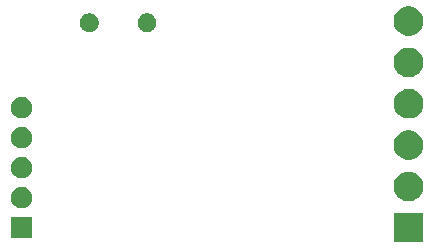
<source format=gbr>
G04 #@! TF.GenerationSoftware,KiCad,Pcbnew,5.1.5+dfsg1-2build2*
G04 #@! TF.CreationDate,2022-02-15T20:08:38+01:00*
G04 #@! TF.ProjectId,LIN_DISCO3,4c494e5f-4449-4534-934f-332e6b696361,rev?*
G04 #@! TF.SameCoordinates,Original*
G04 #@! TF.FileFunction,Soldermask,Bot*
G04 #@! TF.FilePolarity,Negative*
%FSLAX46Y46*%
G04 Gerber Fmt 4.6, Leading zero omitted, Abs format (unit mm)*
G04 Created by KiCad (PCBNEW 5.1.5+dfsg1-2build2) date 2022-02-15 20:08:38*
%MOMM*%
%LPD*%
G04 APERTURE LIST*
%ADD10C,0.100000*%
G04 APERTURE END LIST*
D10*
G36*
X191751000Y-79356000D02*
G01*
X189249000Y-79356000D01*
X189249000Y-76854000D01*
X191751000Y-76854000D01*
X191751000Y-79356000D01*
G37*
G36*
X158635000Y-79006000D02*
G01*
X156833000Y-79006000D01*
X156833000Y-77204000D01*
X158635000Y-77204000D01*
X158635000Y-79006000D01*
G37*
G36*
X157847512Y-74668927D02*
G01*
X157996812Y-74698624D01*
X158160784Y-74766544D01*
X158308354Y-74865147D01*
X158433853Y-74990646D01*
X158532456Y-75138216D01*
X158600376Y-75302188D01*
X158635000Y-75476259D01*
X158635000Y-75653741D01*
X158600376Y-75827812D01*
X158532456Y-75991784D01*
X158433853Y-76139354D01*
X158308354Y-76264853D01*
X158160784Y-76363456D01*
X157996812Y-76431376D01*
X157847512Y-76461073D01*
X157822742Y-76466000D01*
X157645258Y-76466000D01*
X157620488Y-76461073D01*
X157471188Y-76431376D01*
X157307216Y-76363456D01*
X157159646Y-76264853D01*
X157034147Y-76139354D01*
X156935544Y-75991784D01*
X156867624Y-75827812D01*
X156833000Y-75653741D01*
X156833000Y-75476259D01*
X156867624Y-75302188D01*
X156935544Y-75138216D01*
X157034147Y-74990646D01*
X157159646Y-74865147D01*
X157307216Y-74766544D01*
X157471188Y-74698624D01*
X157620488Y-74668927D01*
X157645258Y-74664000D01*
X157822742Y-74664000D01*
X157847512Y-74668927D01*
G37*
G36*
X190864903Y-73402075D02*
G01*
X190984912Y-73451784D01*
X191092571Y-73496378D01*
X191297466Y-73633285D01*
X191471715Y-73807534D01*
X191608622Y-74012429D01*
X191702925Y-74240097D01*
X191751000Y-74481787D01*
X191751000Y-74728213D01*
X191702925Y-74969903D01*
X191608622Y-75197571D01*
X191471715Y-75402466D01*
X191297466Y-75576715D01*
X191092571Y-75713622D01*
X191092570Y-75713623D01*
X191092569Y-75713623D01*
X190864903Y-75807925D01*
X190623214Y-75856000D01*
X190376786Y-75856000D01*
X190135097Y-75807925D01*
X189907431Y-75713623D01*
X189907430Y-75713623D01*
X189907429Y-75713622D01*
X189702534Y-75576715D01*
X189528285Y-75402466D01*
X189391378Y-75197571D01*
X189297075Y-74969903D01*
X189249000Y-74728213D01*
X189249000Y-74481787D01*
X189297075Y-74240097D01*
X189391378Y-74012429D01*
X189528285Y-73807534D01*
X189702534Y-73633285D01*
X189907429Y-73496378D01*
X190015089Y-73451784D01*
X190135097Y-73402075D01*
X190376786Y-73354000D01*
X190623214Y-73354000D01*
X190864903Y-73402075D01*
G37*
G36*
X157847512Y-72128927D02*
G01*
X157996812Y-72158624D01*
X158160784Y-72226544D01*
X158308354Y-72325147D01*
X158433853Y-72450646D01*
X158532456Y-72598216D01*
X158600376Y-72762188D01*
X158635000Y-72936259D01*
X158635000Y-73113741D01*
X158600376Y-73287812D01*
X158532456Y-73451784D01*
X158433853Y-73599354D01*
X158308354Y-73724853D01*
X158160784Y-73823456D01*
X157996812Y-73891376D01*
X157847512Y-73921073D01*
X157822742Y-73926000D01*
X157645258Y-73926000D01*
X157620488Y-73921073D01*
X157471188Y-73891376D01*
X157307216Y-73823456D01*
X157159646Y-73724853D01*
X157034147Y-73599354D01*
X156935544Y-73451784D01*
X156867624Y-73287812D01*
X156833000Y-73113741D01*
X156833000Y-72936259D01*
X156867624Y-72762188D01*
X156935544Y-72598216D01*
X157034147Y-72450646D01*
X157159646Y-72325147D01*
X157307216Y-72226544D01*
X157471188Y-72158624D01*
X157620488Y-72128927D01*
X157645258Y-72124000D01*
X157822742Y-72124000D01*
X157847512Y-72128927D01*
G37*
G36*
X190864903Y-69902075D02*
G01*
X191092571Y-69996378D01*
X191297466Y-70133285D01*
X191471715Y-70307534D01*
X191530999Y-70396259D01*
X191608623Y-70512431D01*
X191702925Y-70740097D01*
X191751000Y-70981786D01*
X191751000Y-71228214D01*
X191719614Y-71386000D01*
X191702925Y-71469903D01*
X191608622Y-71697571D01*
X191471715Y-71902466D01*
X191297466Y-72076715D01*
X191092571Y-72213622D01*
X191092570Y-72213623D01*
X191092569Y-72213623D01*
X190864903Y-72307925D01*
X190623214Y-72356000D01*
X190376786Y-72356000D01*
X190135097Y-72307925D01*
X189907431Y-72213623D01*
X189907430Y-72213623D01*
X189907429Y-72213622D01*
X189702534Y-72076715D01*
X189528285Y-71902466D01*
X189391378Y-71697571D01*
X189297075Y-71469903D01*
X189280386Y-71386000D01*
X189249000Y-71228214D01*
X189249000Y-70981786D01*
X189297075Y-70740097D01*
X189391377Y-70512431D01*
X189469001Y-70396259D01*
X189528285Y-70307534D01*
X189702534Y-70133285D01*
X189907429Y-69996378D01*
X190135097Y-69902075D01*
X190376786Y-69854000D01*
X190623214Y-69854000D01*
X190864903Y-69902075D01*
G37*
G36*
X157847512Y-69588927D02*
G01*
X157996812Y-69618624D01*
X158160784Y-69686544D01*
X158308354Y-69785147D01*
X158433853Y-69910646D01*
X158532456Y-70058216D01*
X158600376Y-70222188D01*
X158635000Y-70396259D01*
X158635000Y-70573741D01*
X158600376Y-70747812D01*
X158532456Y-70911784D01*
X158433853Y-71059354D01*
X158308354Y-71184853D01*
X158160784Y-71283456D01*
X157996812Y-71351376D01*
X157847512Y-71381073D01*
X157822742Y-71386000D01*
X157645258Y-71386000D01*
X157620488Y-71381073D01*
X157471188Y-71351376D01*
X157307216Y-71283456D01*
X157159646Y-71184853D01*
X157034147Y-71059354D01*
X156935544Y-70911784D01*
X156867624Y-70747812D01*
X156833000Y-70573741D01*
X156833000Y-70396259D01*
X156867624Y-70222188D01*
X156935544Y-70058216D01*
X157034147Y-69910646D01*
X157159646Y-69785147D01*
X157307216Y-69686544D01*
X157471188Y-69618624D01*
X157620488Y-69588927D01*
X157645258Y-69584000D01*
X157822742Y-69584000D01*
X157847512Y-69588927D01*
G37*
G36*
X190864903Y-66402075D02*
G01*
X191092571Y-66496378D01*
X191297466Y-66633285D01*
X191471715Y-66807534D01*
X191471716Y-66807536D01*
X191608623Y-67012431D01*
X191702925Y-67240097D01*
X191751000Y-67481786D01*
X191751000Y-67728214D01*
X191702925Y-67969903D01*
X191676483Y-68033741D01*
X191608622Y-68197571D01*
X191471715Y-68402466D01*
X191297466Y-68576715D01*
X191092571Y-68713622D01*
X191092570Y-68713623D01*
X191092569Y-68713623D01*
X190864903Y-68807925D01*
X190623214Y-68856000D01*
X190376786Y-68856000D01*
X190135097Y-68807925D01*
X189907431Y-68713623D01*
X189907430Y-68713623D01*
X189907429Y-68713622D01*
X189702534Y-68576715D01*
X189528285Y-68402466D01*
X189391378Y-68197571D01*
X189323518Y-68033741D01*
X189297075Y-67969903D01*
X189249000Y-67728214D01*
X189249000Y-67481786D01*
X189297075Y-67240097D01*
X189391377Y-67012431D01*
X189528284Y-66807536D01*
X189528285Y-66807534D01*
X189702534Y-66633285D01*
X189907429Y-66496378D01*
X190135097Y-66402075D01*
X190376786Y-66354000D01*
X190623214Y-66354000D01*
X190864903Y-66402075D01*
G37*
G36*
X157847512Y-67048927D02*
G01*
X157996812Y-67078624D01*
X158160784Y-67146544D01*
X158308354Y-67245147D01*
X158433853Y-67370646D01*
X158532456Y-67518216D01*
X158600376Y-67682188D01*
X158635000Y-67856259D01*
X158635000Y-68033741D01*
X158600376Y-68207812D01*
X158532456Y-68371784D01*
X158433853Y-68519354D01*
X158308354Y-68644853D01*
X158160784Y-68743456D01*
X157996812Y-68811376D01*
X157847512Y-68841073D01*
X157822742Y-68846000D01*
X157645258Y-68846000D01*
X157620488Y-68841073D01*
X157471188Y-68811376D01*
X157307216Y-68743456D01*
X157159646Y-68644853D01*
X157034147Y-68519354D01*
X156935544Y-68371784D01*
X156867624Y-68207812D01*
X156833000Y-68033741D01*
X156833000Y-67856259D01*
X156867624Y-67682188D01*
X156935544Y-67518216D01*
X157034147Y-67370646D01*
X157159646Y-67245147D01*
X157307216Y-67146544D01*
X157471188Y-67078624D01*
X157620488Y-67048927D01*
X157645258Y-67044000D01*
X157822742Y-67044000D01*
X157847512Y-67048927D01*
G37*
G36*
X190864903Y-62902075D02*
G01*
X191092571Y-62996378D01*
X191297466Y-63133285D01*
X191471715Y-63307534D01*
X191608622Y-63512429D01*
X191702925Y-63740097D01*
X191751000Y-63981787D01*
X191751000Y-64228213D01*
X191702925Y-64469903D01*
X191608622Y-64697571D01*
X191471715Y-64902466D01*
X191297466Y-65076715D01*
X191092571Y-65213622D01*
X191092570Y-65213623D01*
X191092569Y-65213623D01*
X190864903Y-65307925D01*
X190623214Y-65356000D01*
X190376786Y-65356000D01*
X190135097Y-65307925D01*
X189907431Y-65213623D01*
X189907430Y-65213623D01*
X189907429Y-65213622D01*
X189702534Y-65076715D01*
X189528285Y-64902466D01*
X189391378Y-64697571D01*
X189297075Y-64469903D01*
X189249000Y-64228213D01*
X189249000Y-63981787D01*
X189297075Y-63740097D01*
X189391378Y-63512429D01*
X189528285Y-63307534D01*
X189702534Y-63133285D01*
X189907429Y-62996378D01*
X190135097Y-62902075D01*
X190376786Y-62854000D01*
X190623214Y-62854000D01*
X190864903Y-62902075D01*
G37*
G36*
X190864903Y-59402075D02*
G01*
X191092571Y-59496378D01*
X191297466Y-59633285D01*
X191471715Y-59807534D01*
X191608622Y-60012429D01*
X191608623Y-60012431D01*
X191702925Y-60240097D01*
X191730234Y-60377386D01*
X191751000Y-60481787D01*
X191751000Y-60728213D01*
X191702925Y-60969903D01*
X191608622Y-61197571D01*
X191471715Y-61402466D01*
X191297466Y-61576715D01*
X191092571Y-61713622D01*
X191092570Y-61713623D01*
X191092569Y-61713623D01*
X190864903Y-61807925D01*
X190623214Y-61856000D01*
X190376786Y-61856000D01*
X190135097Y-61807925D01*
X189907431Y-61713623D01*
X189907430Y-61713623D01*
X189907429Y-61713622D01*
X189702534Y-61576715D01*
X189528285Y-61402466D01*
X189391378Y-61197571D01*
X189297075Y-60969903D01*
X189249000Y-60728213D01*
X189249000Y-60481787D01*
X189269767Y-60377386D01*
X189297075Y-60240097D01*
X189391377Y-60012431D01*
X189391378Y-60012429D01*
X189528285Y-59807534D01*
X189702534Y-59633285D01*
X189907429Y-59496378D01*
X190135097Y-59402075D01*
X190376786Y-59354000D01*
X190623214Y-59354000D01*
X190864903Y-59402075D01*
G37*
G36*
X163708042Y-59986581D02*
G01*
X163853814Y-60046962D01*
X163853816Y-60046963D01*
X163985008Y-60134622D01*
X164096578Y-60246192D01*
X164184237Y-60377384D01*
X164184238Y-60377386D01*
X164244619Y-60523158D01*
X164275400Y-60677907D01*
X164275400Y-60835693D01*
X164244619Y-60990442D01*
X164184238Y-61136214D01*
X164184237Y-61136216D01*
X164096578Y-61267408D01*
X163985008Y-61378978D01*
X163853816Y-61466637D01*
X163853815Y-61466638D01*
X163853814Y-61466638D01*
X163708042Y-61527019D01*
X163553293Y-61557800D01*
X163395507Y-61557800D01*
X163240758Y-61527019D01*
X163094986Y-61466638D01*
X163094985Y-61466638D01*
X163094984Y-61466637D01*
X162963792Y-61378978D01*
X162852222Y-61267408D01*
X162764563Y-61136216D01*
X162764562Y-61136214D01*
X162704181Y-60990442D01*
X162673400Y-60835693D01*
X162673400Y-60677907D01*
X162704181Y-60523158D01*
X162764562Y-60377386D01*
X162764563Y-60377384D01*
X162852222Y-60246192D01*
X162963792Y-60134622D01*
X163094984Y-60046963D01*
X163094986Y-60046962D01*
X163240758Y-59986581D01*
X163395507Y-59955800D01*
X163553293Y-59955800D01*
X163708042Y-59986581D01*
G37*
G36*
X168588042Y-59986581D02*
G01*
X168733814Y-60046962D01*
X168733816Y-60046963D01*
X168865008Y-60134622D01*
X168976578Y-60246192D01*
X169064237Y-60377384D01*
X169064238Y-60377386D01*
X169124619Y-60523158D01*
X169155400Y-60677907D01*
X169155400Y-60835693D01*
X169124619Y-60990442D01*
X169064238Y-61136214D01*
X169064237Y-61136216D01*
X168976578Y-61267408D01*
X168865008Y-61378978D01*
X168733816Y-61466637D01*
X168733815Y-61466638D01*
X168733814Y-61466638D01*
X168588042Y-61527019D01*
X168433293Y-61557800D01*
X168275507Y-61557800D01*
X168120758Y-61527019D01*
X167974986Y-61466638D01*
X167974985Y-61466638D01*
X167974984Y-61466637D01*
X167843792Y-61378978D01*
X167732222Y-61267408D01*
X167644563Y-61136216D01*
X167644562Y-61136214D01*
X167584181Y-60990442D01*
X167553400Y-60835693D01*
X167553400Y-60677907D01*
X167584181Y-60523158D01*
X167644562Y-60377386D01*
X167644563Y-60377384D01*
X167732222Y-60246192D01*
X167843792Y-60134622D01*
X167974984Y-60046963D01*
X167974986Y-60046962D01*
X168120758Y-59986581D01*
X168275507Y-59955800D01*
X168433293Y-59955800D01*
X168588042Y-59986581D01*
G37*
M02*

</source>
